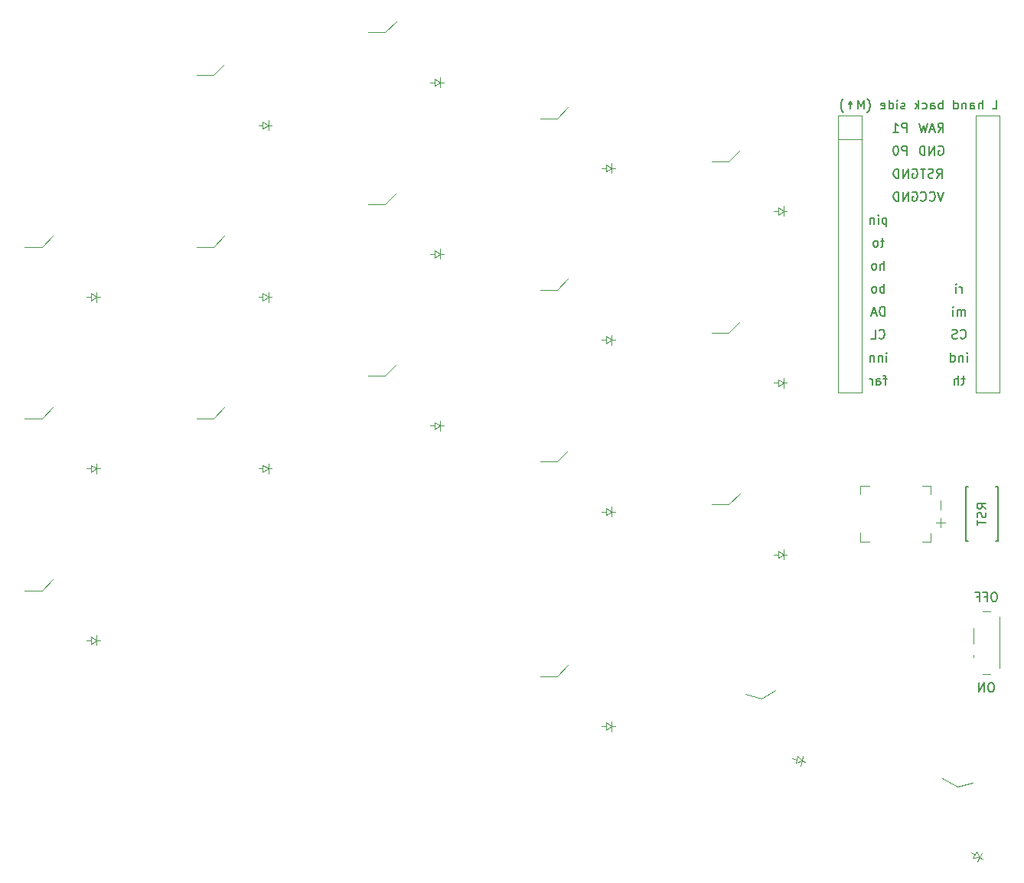
<source format=gbr>
%TF.GenerationSoftware,KiCad,Pcbnew,9.0.7*%
%TF.CreationDate,2026-01-25T01:01:47-05:00*%
%TF.ProjectId,pcb,7063622e-6b69-4636-9164-5f7063625858,rev?*%
%TF.SameCoordinates,Original*%
%TF.FileFunction,Legend,Bot*%
%TF.FilePolarity,Positive*%
%FSLAX46Y46*%
G04 Gerber Fmt 4.6, Leading zero omitted, Abs format (unit mm)*
G04 Created by KiCad (PCBNEW 9.0.7) date 2026-01-25 01:01:47*
%MOMM*%
%LPD*%
G01*
G04 APERTURE LIST*
%ADD10C,0.150000*%
%ADD11C,0.100000*%
%ADD12C,0.120000*%
G04 APERTURE END LIST*
D10*
X182698094Y-61754819D02*
X182698094Y-60754819D01*
X182698094Y-60754819D02*
X182317142Y-60754819D01*
X182317142Y-60754819D02*
X182221904Y-60802438D01*
X182221904Y-60802438D02*
X182174285Y-60850057D01*
X182174285Y-60850057D02*
X182126666Y-60945295D01*
X182126666Y-60945295D02*
X182126666Y-61088152D01*
X182126666Y-61088152D02*
X182174285Y-61183390D01*
X182174285Y-61183390D02*
X182221904Y-61231009D01*
X182221904Y-61231009D02*
X182317142Y-61278628D01*
X182317142Y-61278628D02*
X182698094Y-61278628D01*
X181174285Y-61754819D02*
X181745713Y-61754819D01*
X181459999Y-61754819D02*
X181459999Y-60754819D01*
X181459999Y-60754819D02*
X181555237Y-60897676D01*
X181555237Y-60897676D02*
X181650475Y-60992914D01*
X181650475Y-60992914D02*
X181745713Y-61040533D01*
X186140476Y-61754819D02*
X186473809Y-61278628D01*
X186711904Y-61754819D02*
X186711904Y-60754819D01*
X186711904Y-60754819D02*
X186330952Y-60754819D01*
X186330952Y-60754819D02*
X186235714Y-60802438D01*
X186235714Y-60802438D02*
X186188095Y-60850057D01*
X186188095Y-60850057D02*
X186140476Y-60945295D01*
X186140476Y-60945295D02*
X186140476Y-61088152D01*
X186140476Y-61088152D02*
X186188095Y-61183390D01*
X186188095Y-61183390D02*
X186235714Y-61231009D01*
X186235714Y-61231009D02*
X186330952Y-61278628D01*
X186330952Y-61278628D02*
X186711904Y-61278628D01*
X185759523Y-61469104D02*
X185283333Y-61469104D01*
X185854761Y-61754819D02*
X185521428Y-60754819D01*
X185521428Y-60754819D02*
X185188095Y-61754819D01*
X184949999Y-60754819D02*
X184711904Y-61754819D01*
X184711904Y-61754819D02*
X184521428Y-61040533D01*
X184521428Y-61040533D02*
X184330952Y-61754819D01*
X184330952Y-61754819D02*
X184092857Y-60754819D01*
X182698094Y-64294819D02*
X182698094Y-63294819D01*
X182698094Y-63294819D02*
X182317142Y-63294819D01*
X182317142Y-63294819D02*
X182221904Y-63342438D01*
X182221904Y-63342438D02*
X182174285Y-63390057D01*
X182174285Y-63390057D02*
X182126666Y-63485295D01*
X182126666Y-63485295D02*
X182126666Y-63628152D01*
X182126666Y-63628152D02*
X182174285Y-63723390D01*
X182174285Y-63723390D02*
X182221904Y-63771009D01*
X182221904Y-63771009D02*
X182317142Y-63818628D01*
X182317142Y-63818628D02*
X182698094Y-63818628D01*
X181507618Y-63294819D02*
X181412380Y-63294819D01*
X181412380Y-63294819D02*
X181317142Y-63342438D01*
X181317142Y-63342438D02*
X181269523Y-63390057D01*
X181269523Y-63390057D02*
X181221904Y-63485295D01*
X181221904Y-63485295D02*
X181174285Y-63675771D01*
X181174285Y-63675771D02*
X181174285Y-63913866D01*
X181174285Y-63913866D02*
X181221904Y-64104342D01*
X181221904Y-64104342D02*
X181269523Y-64199580D01*
X181269523Y-64199580D02*
X181317142Y-64247200D01*
X181317142Y-64247200D02*
X181412380Y-64294819D01*
X181412380Y-64294819D02*
X181507618Y-64294819D01*
X181507618Y-64294819D02*
X181602856Y-64247200D01*
X181602856Y-64247200D02*
X181650475Y-64199580D01*
X181650475Y-64199580D02*
X181698094Y-64104342D01*
X181698094Y-64104342D02*
X181745713Y-63913866D01*
X181745713Y-63913866D02*
X181745713Y-63675771D01*
X181745713Y-63675771D02*
X181698094Y-63485295D01*
X181698094Y-63485295D02*
X181650475Y-63390057D01*
X181650475Y-63390057D02*
X181602856Y-63342438D01*
X181602856Y-63342438D02*
X181507618Y-63294819D01*
X186211904Y-63342438D02*
X186307142Y-63294819D01*
X186307142Y-63294819D02*
X186449999Y-63294819D01*
X186449999Y-63294819D02*
X186592856Y-63342438D01*
X186592856Y-63342438D02*
X186688094Y-63437676D01*
X186688094Y-63437676D02*
X186735713Y-63532914D01*
X186735713Y-63532914D02*
X186783332Y-63723390D01*
X186783332Y-63723390D02*
X186783332Y-63866247D01*
X186783332Y-63866247D02*
X186735713Y-64056723D01*
X186735713Y-64056723D02*
X186688094Y-64151961D01*
X186688094Y-64151961D02*
X186592856Y-64247200D01*
X186592856Y-64247200D02*
X186449999Y-64294819D01*
X186449999Y-64294819D02*
X186354761Y-64294819D01*
X186354761Y-64294819D02*
X186211904Y-64247200D01*
X186211904Y-64247200D02*
X186164285Y-64199580D01*
X186164285Y-64199580D02*
X186164285Y-63866247D01*
X186164285Y-63866247D02*
X186354761Y-63866247D01*
X185735713Y-64294819D02*
X185735713Y-63294819D01*
X185735713Y-63294819D02*
X185164285Y-64294819D01*
X185164285Y-64294819D02*
X185164285Y-63294819D01*
X184688094Y-64294819D02*
X184688094Y-63294819D01*
X184688094Y-63294819D02*
X184449999Y-63294819D01*
X184449999Y-63294819D02*
X184307142Y-63342438D01*
X184307142Y-63342438D02*
X184211904Y-63437676D01*
X184211904Y-63437676D02*
X184164285Y-63532914D01*
X184164285Y-63532914D02*
X184116666Y-63723390D01*
X184116666Y-63723390D02*
X184116666Y-63866247D01*
X184116666Y-63866247D02*
X184164285Y-64056723D01*
X184164285Y-64056723D02*
X184211904Y-64151961D01*
X184211904Y-64151961D02*
X184307142Y-64247200D01*
X184307142Y-64247200D02*
X184449999Y-64294819D01*
X184449999Y-64294819D02*
X184688094Y-64294819D01*
X183311904Y-65882438D02*
X183407142Y-65834819D01*
X183407142Y-65834819D02*
X183549999Y-65834819D01*
X183549999Y-65834819D02*
X183692856Y-65882438D01*
X183692856Y-65882438D02*
X183788094Y-65977676D01*
X183788094Y-65977676D02*
X183835713Y-66072914D01*
X183835713Y-66072914D02*
X183883332Y-66263390D01*
X183883332Y-66263390D02*
X183883332Y-66406247D01*
X183883332Y-66406247D02*
X183835713Y-66596723D01*
X183835713Y-66596723D02*
X183788094Y-66691961D01*
X183788094Y-66691961D02*
X183692856Y-66787200D01*
X183692856Y-66787200D02*
X183549999Y-66834819D01*
X183549999Y-66834819D02*
X183454761Y-66834819D01*
X183454761Y-66834819D02*
X183311904Y-66787200D01*
X183311904Y-66787200D02*
X183264285Y-66739580D01*
X183264285Y-66739580D02*
X183264285Y-66406247D01*
X183264285Y-66406247D02*
X183454761Y-66406247D01*
X182835713Y-66834819D02*
X182835713Y-65834819D01*
X182835713Y-65834819D02*
X182264285Y-66834819D01*
X182264285Y-66834819D02*
X182264285Y-65834819D01*
X181788094Y-66834819D02*
X181788094Y-65834819D01*
X181788094Y-65834819D02*
X181549999Y-65834819D01*
X181549999Y-65834819D02*
X181407142Y-65882438D01*
X181407142Y-65882438D02*
X181311904Y-65977676D01*
X181311904Y-65977676D02*
X181264285Y-66072914D01*
X181264285Y-66072914D02*
X181216666Y-66263390D01*
X181216666Y-66263390D02*
X181216666Y-66406247D01*
X181216666Y-66406247D02*
X181264285Y-66596723D01*
X181264285Y-66596723D02*
X181311904Y-66691961D01*
X181311904Y-66691961D02*
X181407142Y-66787200D01*
X181407142Y-66787200D02*
X181549999Y-66834819D01*
X181549999Y-66834819D02*
X181788094Y-66834819D01*
X185997619Y-66834819D02*
X186330952Y-66358628D01*
X186569047Y-66834819D02*
X186569047Y-65834819D01*
X186569047Y-65834819D02*
X186188095Y-65834819D01*
X186188095Y-65834819D02*
X186092857Y-65882438D01*
X186092857Y-65882438D02*
X186045238Y-65930057D01*
X186045238Y-65930057D02*
X185997619Y-66025295D01*
X185997619Y-66025295D02*
X185997619Y-66168152D01*
X185997619Y-66168152D02*
X186045238Y-66263390D01*
X186045238Y-66263390D02*
X186092857Y-66311009D01*
X186092857Y-66311009D02*
X186188095Y-66358628D01*
X186188095Y-66358628D02*
X186569047Y-66358628D01*
X185616666Y-66787200D02*
X185473809Y-66834819D01*
X185473809Y-66834819D02*
X185235714Y-66834819D01*
X185235714Y-66834819D02*
X185140476Y-66787200D01*
X185140476Y-66787200D02*
X185092857Y-66739580D01*
X185092857Y-66739580D02*
X185045238Y-66644342D01*
X185045238Y-66644342D02*
X185045238Y-66549104D01*
X185045238Y-66549104D02*
X185092857Y-66453866D01*
X185092857Y-66453866D02*
X185140476Y-66406247D01*
X185140476Y-66406247D02*
X185235714Y-66358628D01*
X185235714Y-66358628D02*
X185426190Y-66311009D01*
X185426190Y-66311009D02*
X185521428Y-66263390D01*
X185521428Y-66263390D02*
X185569047Y-66215771D01*
X185569047Y-66215771D02*
X185616666Y-66120533D01*
X185616666Y-66120533D02*
X185616666Y-66025295D01*
X185616666Y-66025295D02*
X185569047Y-65930057D01*
X185569047Y-65930057D02*
X185521428Y-65882438D01*
X185521428Y-65882438D02*
X185426190Y-65834819D01*
X185426190Y-65834819D02*
X185188095Y-65834819D01*
X185188095Y-65834819D02*
X185045238Y-65882438D01*
X184759523Y-65834819D02*
X184188095Y-65834819D01*
X184473809Y-66834819D02*
X184473809Y-65834819D01*
X183311904Y-68422438D02*
X183407142Y-68374819D01*
X183407142Y-68374819D02*
X183549999Y-68374819D01*
X183549999Y-68374819D02*
X183692856Y-68422438D01*
X183692856Y-68422438D02*
X183788094Y-68517676D01*
X183788094Y-68517676D02*
X183835713Y-68612914D01*
X183835713Y-68612914D02*
X183883332Y-68803390D01*
X183883332Y-68803390D02*
X183883332Y-68946247D01*
X183883332Y-68946247D02*
X183835713Y-69136723D01*
X183835713Y-69136723D02*
X183788094Y-69231961D01*
X183788094Y-69231961D02*
X183692856Y-69327200D01*
X183692856Y-69327200D02*
X183549999Y-69374819D01*
X183549999Y-69374819D02*
X183454761Y-69374819D01*
X183454761Y-69374819D02*
X183311904Y-69327200D01*
X183311904Y-69327200D02*
X183264285Y-69279580D01*
X183264285Y-69279580D02*
X183264285Y-68946247D01*
X183264285Y-68946247D02*
X183454761Y-68946247D01*
X182835713Y-69374819D02*
X182835713Y-68374819D01*
X182835713Y-68374819D02*
X182264285Y-69374819D01*
X182264285Y-69374819D02*
X182264285Y-68374819D01*
X181788094Y-69374819D02*
X181788094Y-68374819D01*
X181788094Y-68374819D02*
X181549999Y-68374819D01*
X181549999Y-68374819D02*
X181407142Y-68422438D01*
X181407142Y-68422438D02*
X181311904Y-68517676D01*
X181311904Y-68517676D02*
X181264285Y-68612914D01*
X181264285Y-68612914D02*
X181216666Y-68803390D01*
X181216666Y-68803390D02*
X181216666Y-68946247D01*
X181216666Y-68946247D02*
X181264285Y-69136723D01*
X181264285Y-69136723D02*
X181311904Y-69231961D01*
X181311904Y-69231961D02*
X181407142Y-69327200D01*
X181407142Y-69327200D02*
X181549999Y-69374819D01*
X181549999Y-69374819D02*
X181788094Y-69374819D01*
X186783332Y-68374819D02*
X186449999Y-69374819D01*
X186449999Y-69374819D02*
X186116666Y-68374819D01*
X185211904Y-69279580D02*
X185259523Y-69327200D01*
X185259523Y-69327200D02*
X185402380Y-69374819D01*
X185402380Y-69374819D02*
X185497618Y-69374819D01*
X185497618Y-69374819D02*
X185640475Y-69327200D01*
X185640475Y-69327200D02*
X185735713Y-69231961D01*
X185735713Y-69231961D02*
X185783332Y-69136723D01*
X185783332Y-69136723D02*
X185830951Y-68946247D01*
X185830951Y-68946247D02*
X185830951Y-68803390D01*
X185830951Y-68803390D02*
X185783332Y-68612914D01*
X185783332Y-68612914D02*
X185735713Y-68517676D01*
X185735713Y-68517676D02*
X185640475Y-68422438D01*
X185640475Y-68422438D02*
X185497618Y-68374819D01*
X185497618Y-68374819D02*
X185402380Y-68374819D01*
X185402380Y-68374819D02*
X185259523Y-68422438D01*
X185259523Y-68422438D02*
X185211904Y-68470057D01*
X184211904Y-69279580D02*
X184259523Y-69327200D01*
X184259523Y-69327200D02*
X184402380Y-69374819D01*
X184402380Y-69374819D02*
X184497618Y-69374819D01*
X184497618Y-69374819D02*
X184640475Y-69327200D01*
X184640475Y-69327200D02*
X184735713Y-69231961D01*
X184735713Y-69231961D02*
X184783332Y-69136723D01*
X184783332Y-69136723D02*
X184830951Y-68946247D01*
X184830951Y-68946247D02*
X184830951Y-68803390D01*
X184830951Y-68803390D02*
X184783332Y-68612914D01*
X184783332Y-68612914D02*
X184735713Y-68517676D01*
X184735713Y-68517676D02*
X184640475Y-68422438D01*
X184640475Y-68422438D02*
X184497618Y-68374819D01*
X184497618Y-68374819D02*
X184402380Y-68374819D01*
X184402380Y-68374819D02*
X184259523Y-68422438D01*
X184259523Y-68422438D02*
X184211904Y-68470057D01*
X180434761Y-71248152D02*
X180434761Y-72248152D01*
X180434761Y-71295771D02*
X180339523Y-71248152D01*
X180339523Y-71248152D02*
X180149047Y-71248152D01*
X180149047Y-71248152D02*
X180053809Y-71295771D01*
X180053809Y-71295771D02*
X180006190Y-71343390D01*
X180006190Y-71343390D02*
X179958571Y-71438628D01*
X179958571Y-71438628D02*
X179958571Y-71724342D01*
X179958571Y-71724342D02*
X180006190Y-71819580D01*
X180006190Y-71819580D02*
X180053809Y-71867200D01*
X180053809Y-71867200D02*
X180149047Y-71914819D01*
X180149047Y-71914819D02*
X180339523Y-71914819D01*
X180339523Y-71914819D02*
X180434761Y-71867200D01*
X179529999Y-71914819D02*
X179529999Y-71248152D01*
X179529999Y-70914819D02*
X179577618Y-70962438D01*
X179577618Y-70962438D02*
X179529999Y-71010057D01*
X179529999Y-71010057D02*
X179482380Y-70962438D01*
X179482380Y-70962438D02*
X179529999Y-70914819D01*
X179529999Y-70914819D02*
X179529999Y-71010057D01*
X179053809Y-71248152D02*
X179053809Y-71914819D01*
X179053809Y-71343390D02*
X179006190Y-71295771D01*
X179006190Y-71295771D02*
X178910952Y-71248152D01*
X178910952Y-71248152D02*
X178768095Y-71248152D01*
X178768095Y-71248152D02*
X178672857Y-71295771D01*
X178672857Y-71295771D02*
X178625238Y-71391009D01*
X178625238Y-71391009D02*
X178625238Y-71914819D01*
X180172856Y-73788152D02*
X179791904Y-73788152D01*
X180029999Y-73454819D02*
X180029999Y-74311961D01*
X180029999Y-74311961D02*
X179982380Y-74407200D01*
X179982380Y-74407200D02*
X179887142Y-74454819D01*
X179887142Y-74454819D02*
X179791904Y-74454819D01*
X179315713Y-74454819D02*
X179410951Y-74407200D01*
X179410951Y-74407200D02*
X179458570Y-74359580D01*
X179458570Y-74359580D02*
X179506189Y-74264342D01*
X179506189Y-74264342D02*
X179506189Y-73978628D01*
X179506189Y-73978628D02*
X179458570Y-73883390D01*
X179458570Y-73883390D02*
X179410951Y-73835771D01*
X179410951Y-73835771D02*
X179315713Y-73788152D01*
X179315713Y-73788152D02*
X179172856Y-73788152D01*
X179172856Y-73788152D02*
X179077618Y-73835771D01*
X179077618Y-73835771D02*
X179029999Y-73883390D01*
X179029999Y-73883390D02*
X178982380Y-73978628D01*
X178982380Y-73978628D02*
X178982380Y-74264342D01*
X178982380Y-74264342D02*
X179029999Y-74359580D01*
X179029999Y-74359580D02*
X179077618Y-74407200D01*
X179077618Y-74407200D02*
X179172856Y-74454819D01*
X179172856Y-74454819D02*
X179315713Y-74454819D01*
X180196666Y-76994819D02*
X180196666Y-75994819D01*
X179768095Y-76994819D02*
X179768095Y-76471009D01*
X179768095Y-76471009D02*
X179815714Y-76375771D01*
X179815714Y-76375771D02*
X179910952Y-76328152D01*
X179910952Y-76328152D02*
X180053809Y-76328152D01*
X180053809Y-76328152D02*
X180149047Y-76375771D01*
X180149047Y-76375771D02*
X180196666Y-76423390D01*
X179149047Y-76994819D02*
X179244285Y-76947200D01*
X179244285Y-76947200D02*
X179291904Y-76899580D01*
X179291904Y-76899580D02*
X179339523Y-76804342D01*
X179339523Y-76804342D02*
X179339523Y-76518628D01*
X179339523Y-76518628D02*
X179291904Y-76423390D01*
X179291904Y-76423390D02*
X179244285Y-76375771D01*
X179244285Y-76375771D02*
X179149047Y-76328152D01*
X179149047Y-76328152D02*
X179006190Y-76328152D01*
X179006190Y-76328152D02*
X178910952Y-76375771D01*
X178910952Y-76375771D02*
X178863333Y-76423390D01*
X178863333Y-76423390D02*
X178815714Y-76518628D01*
X178815714Y-76518628D02*
X178815714Y-76804342D01*
X178815714Y-76804342D02*
X178863333Y-76899580D01*
X178863333Y-76899580D02*
X178910952Y-76947200D01*
X178910952Y-76947200D02*
X179006190Y-76994819D01*
X179006190Y-76994819D02*
X179149047Y-76994819D01*
X180196666Y-79534819D02*
X180196666Y-78534819D01*
X180196666Y-78915771D02*
X180101428Y-78868152D01*
X180101428Y-78868152D02*
X179910952Y-78868152D01*
X179910952Y-78868152D02*
X179815714Y-78915771D01*
X179815714Y-78915771D02*
X179768095Y-78963390D01*
X179768095Y-78963390D02*
X179720476Y-79058628D01*
X179720476Y-79058628D02*
X179720476Y-79344342D01*
X179720476Y-79344342D02*
X179768095Y-79439580D01*
X179768095Y-79439580D02*
X179815714Y-79487200D01*
X179815714Y-79487200D02*
X179910952Y-79534819D01*
X179910952Y-79534819D02*
X180101428Y-79534819D01*
X180101428Y-79534819D02*
X180196666Y-79487200D01*
X179149047Y-79534819D02*
X179244285Y-79487200D01*
X179244285Y-79487200D02*
X179291904Y-79439580D01*
X179291904Y-79439580D02*
X179339523Y-79344342D01*
X179339523Y-79344342D02*
X179339523Y-79058628D01*
X179339523Y-79058628D02*
X179291904Y-78963390D01*
X179291904Y-78963390D02*
X179244285Y-78915771D01*
X179244285Y-78915771D02*
X179149047Y-78868152D01*
X179149047Y-78868152D02*
X179006190Y-78868152D01*
X179006190Y-78868152D02*
X178910952Y-78915771D01*
X178910952Y-78915771D02*
X178863333Y-78963390D01*
X178863333Y-78963390D02*
X178815714Y-79058628D01*
X178815714Y-79058628D02*
X178815714Y-79344342D01*
X178815714Y-79344342D02*
X178863333Y-79439580D01*
X178863333Y-79439580D02*
X178910952Y-79487200D01*
X178910952Y-79487200D02*
X179006190Y-79534819D01*
X179006190Y-79534819D02*
X179149047Y-79534819D01*
X188779523Y-79534819D02*
X188779523Y-78868152D01*
X188779523Y-79058628D02*
X188731904Y-78963390D01*
X188731904Y-78963390D02*
X188684285Y-78915771D01*
X188684285Y-78915771D02*
X188589047Y-78868152D01*
X188589047Y-78868152D02*
X188493809Y-78868152D01*
X188160475Y-79534819D02*
X188160475Y-78868152D01*
X188160475Y-78534819D02*
X188208094Y-78582438D01*
X188208094Y-78582438D02*
X188160475Y-78630057D01*
X188160475Y-78630057D02*
X188112856Y-78582438D01*
X188112856Y-78582438D02*
X188160475Y-78534819D01*
X188160475Y-78534819D02*
X188160475Y-78630057D01*
X180220475Y-82074819D02*
X180220475Y-81074819D01*
X180220475Y-81074819D02*
X179982380Y-81074819D01*
X179982380Y-81074819D02*
X179839523Y-81122438D01*
X179839523Y-81122438D02*
X179744285Y-81217676D01*
X179744285Y-81217676D02*
X179696666Y-81312914D01*
X179696666Y-81312914D02*
X179649047Y-81503390D01*
X179649047Y-81503390D02*
X179649047Y-81646247D01*
X179649047Y-81646247D02*
X179696666Y-81836723D01*
X179696666Y-81836723D02*
X179744285Y-81931961D01*
X179744285Y-81931961D02*
X179839523Y-82027200D01*
X179839523Y-82027200D02*
X179982380Y-82074819D01*
X179982380Y-82074819D02*
X180220475Y-82074819D01*
X179268094Y-81789104D02*
X178791904Y-81789104D01*
X179363332Y-82074819D02*
X179029999Y-81074819D01*
X179029999Y-81074819D02*
X178696666Y-82074819D01*
X189136665Y-82074819D02*
X189136665Y-81408152D01*
X189136665Y-81503390D02*
X189089046Y-81455771D01*
X189089046Y-81455771D02*
X188993808Y-81408152D01*
X188993808Y-81408152D02*
X188850951Y-81408152D01*
X188850951Y-81408152D02*
X188755713Y-81455771D01*
X188755713Y-81455771D02*
X188708094Y-81551009D01*
X188708094Y-81551009D02*
X188708094Y-82074819D01*
X188708094Y-81551009D02*
X188660475Y-81455771D01*
X188660475Y-81455771D02*
X188565237Y-81408152D01*
X188565237Y-81408152D02*
X188422380Y-81408152D01*
X188422380Y-81408152D02*
X188327141Y-81455771D01*
X188327141Y-81455771D02*
X188279522Y-81551009D01*
X188279522Y-81551009D02*
X188279522Y-82074819D01*
X187803332Y-82074819D02*
X187803332Y-81408152D01*
X187803332Y-81074819D02*
X187850951Y-81122438D01*
X187850951Y-81122438D02*
X187803332Y-81170057D01*
X187803332Y-81170057D02*
X187755713Y-81122438D01*
X187755713Y-81122438D02*
X187803332Y-81074819D01*
X187803332Y-81074819D02*
X187803332Y-81170057D01*
X179625238Y-84519580D02*
X179672857Y-84567200D01*
X179672857Y-84567200D02*
X179815714Y-84614819D01*
X179815714Y-84614819D02*
X179910952Y-84614819D01*
X179910952Y-84614819D02*
X180053809Y-84567200D01*
X180053809Y-84567200D02*
X180149047Y-84471961D01*
X180149047Y-84471961D02*
X180196666Y-84376723D01*
X180196666Y-84376723D02*
X180244285Y-84186247D01*
X180244285Y-84186247D02*
X180244285Y-84043390D01*
X180244285Y-84043390D02*
X180196666Y-83852914D01*
X180196666Y-83852914D02*
X180149047Y-83757676D01*
X180149047Y-83757676D02*
X180053809Y-83662438D01*
X180053809Y-83662438D02*
X179910952Y-83614819D01*
X179910952Y-83614819D02*
X179815714Y-83614819D01*
X179815714Y-83614819D02*
X179672857Y-83662438D01*
X179672857Y-83662438D02*
X179625238Y-83710057D01*
X178720476Y-84614819D02*
X179196666Y-84614819D01*
X179196666Y-84614819D02*
X179196666Y-83614819D01*
X188636666Y-84519580D02*
X188684285Y-84567200D01*
X188684285Y-84567200D02*
X188827142Y-84614819D01*
X188827142Y-84614819D02*
X188922380Y-84614819D01*
X188922380Y-84614819D02*
X189065237Y-84567200D01*
X189065237Y-84567200D02*
X189160475Y-84471961D01*
X189160475Y-84471961D02*
X189208094Y-84376723D01*
X189208094Y-84376723D02*
X189255713Y-84186247D01*
X189255713Y-84186247D02*
X189255713Y-84043390D01*
X189255713Y-84043390D02*
X189208094Y-83852914D01*
X189208094Y-83852914D02*
X189160475Y-83757676D01*
X189160475Y-83757676D02*
X189065237Y-83662438D01*
X189065237Y-83662438D02*
X188922380Y-83614819D01*
X188922380Y-83614819D02*
X188827142Y-83614819D01*
X188827142Y-83614819D02*
X188684285Y-83662438D01*
X188684285Y-83662438D02*
X188636666Y-83710057D01*
X188255713Y-84567200D02*
X188112856Y-84614819D01*
X188112856Y-84614819D02*
X187874761Y-84614819D01*
X187874761Y-84614819D02*
X187779523Y-84567200D01*
X187779523Y-84567200D02*
X187731904Y-84519580D01*
X187731904Y-84519580D02*
X187684285Y-84424342D01*
X187684285Y-84424342D02*
X187684285Y-84329104D01*
X187684285Y-84329104D02*
X187731904Y-84233866D01*
X187731904Y-84233866D02*
X187779523Y-84186247D01*
X187779523Y-84186247D02*
X187874761Y-84138628D01*
X187874761Y-84138628D02*
X188065237Y-84091009D01*
X188065237Y-84091009D02*
X188160475Y-84043390D01*
X188160475Y-84043390D02*
X188208094Y-83995771D01*
X188208094Y-83995771D02*
X188255713Y-83900533D01*
X188255713Y-83900533D02*
X188255713Y-83805295D01*
X188255713Y-83805295D02*
X188208094Y-83710057D01*
X188208094Y-83710057D02*
X188160475Y-83662438D01*
X188160475Y-83662438D02*
X188065237Y-83614819D01*
X188065237Y-83614819D02*
X187827142Y-83614819D01*
X187827142Y-83614819D02*
X187684285Y-83662438D01*
X180434761Y-87154819D02*
X180434761Y-86488152D01*
X180434761Y-86154819D02*
X180482380Y-86202438D01*
X180482380Y-86202438D02*
X180434761Y-86250057D01*
X180434761Y-86250057D02*
X180387142Y-86202438D01*
X180387142Y-86202438D02*
X180434761Y-86154819D01*
X180434761Y-86154819D02*
X180434761Y-86250057D01*
X179958571Y-86488152D02*
X179958571Y-87154819D01*
X179958571Y-86583390D02*
X179910952Y-86535771D01*
X179910952Y-86535771D02*
X179815714Y-86488152D01*
X179815714Y-86488152D02*
X179672857Y-86488152D01*
X179672857Y-86488152D02*
X179577619Y-86535771D01*
X179577619Y-86535771D02*
X179530000Y-86631009D01*
X179530000Y-86631009D02*
X179530000Y-87154819D01*
X179053809Y-86488152D02*
X179053809Y-87154819D01*
X179053809Y-86583390D02*
X179006190Y-86535771D01*
X179006190Y-86535771D02*
X178910952Y-86488152D01*
X178910952Y-86488152D02*
X178768095Y-86488152D01*
X178768095Y-86488152D02*
X178672857Y-86535771D01*
X178672857Y-86535771D02*
X178625238Y-86631009D01*
X178625238Y-86631009D02*
X178625238Y-87154819D01*
X189374761Y-87154819D02*
X189374761Y-86488152D01*
X189374761Y-86154819D02*
X189422380Y-86202438D01*
X189422380Y-86202438D02*
X189374761Y-86250057D01*
X189374761Y-86250057D02*
X189327142Y-86202438D01*
X189327142Y-86202438D02*
X189374761Y-86154819D01*
X189374761Y-86154819D02*
X189374761Y-86250057D01*
X188898571Y-86488152D02*
X188898571Y-87154819D01*
X188898571Y-86583390D02*
X188850952Y-86535771D01*
X188850952Y-86535771D02*
X188755714Y-86488152D01*
X188755714Y-86488152D02*
X188612857Y-86488152D01*
X188612857Y-86488152D02*
X188517619Y-86535771D01*
X188517619Y-86535771D02*
X188470000Y-86631009D01*
X188470000Y-86631009D02*
X188470000Y-87154819D01*
X187565238Y-87154819D02*
X187565238Y-86154819D01*
X187565238Y-87107200D02*
X187660476Y-87154819D01*
X187660476Y-87154819D02*
X187850952Y-87154819D01*
X187850952Y-87154819D02*
X187946190Y-87107200D01*
X187946190Y-87107200D02*
X187993809Y-87059580D01*
X187993809Y-87059580D02*
X188041428Y-86964342D01*
X188041428Y-86964342D02*
X188041428Y-86678628D01*
X188041428Y-86678628D02*
X187993809Y-86583390D01*
X187993809Y-86583390D02*
X187946190Y-86535771D01*
X187946190Y-86535771D02*
X187850952Y-86488152D01*
X187850952Y-86488152D02*
X187660476Y-86488152D01*
X187660476Y-86488152D02*
X187565238Y-86535771D01*
X180482380Y-89028152D02*
X180101428Y-89028152D01*
X180339523Y-89694819D02*
X180339523Y-88837676D01*
X180339523Y-88837676D02*
X180291904Y-88742438D01*
X180291904Y-88742438D02*
X180196666Y-88694819D01*
X180196666Y-88694819D02*
X180101428Y-88694819D01*
X179339523Y-89694819D02*
X179339523Y-89171009D01*
X179339523Y-89171009D02*
X179387142Y-89075771D01*
X179387142Y-89075771D02*
X179482380Y-89028152D01*
X179482380Y-89028152D02*
X179672856Y-89028152D01*
X179672856Y-89028152D02*
X179768094Y-89075771D01*
X179339523Y-89647200D02*
X179434761Y-89694819D01*
X179434761Y-89694819D02*
X179672856Y-89694819D01*
X179672856Y-89694819D02*
X179768094Y-89647200D01*
X179768094Y-89647200D02*
X179815713Y-89551961D01*
X179815713Y-89551961D02*
X179815713Y-89456723D01*
X179815713Y-89456723D02*
X179768094Y-89361485D01*
X179768094Y-89361485D02*
X179672856Y-89313866D01*
X179672856Y-89313866D02*
X179434761Y-89313866D01*
X179434761Y-89313866D02*
X179339523Y-89266247D01*
X178863332Y-89694819D02*
X178863332Y-89028152D01*
X178863332Y-89218628D02*
X178815713Y-89123390D01*
X178815713Y-89123390D02*
X178768094Y-89075771D01*
X178768094Y-89075771D02*
X178672856Y-89028152D01*
X178672856Y-89028152D02*
X178577618Y-89028152D01*
X189112856Y-89028152D02*
X188731904Y-89028152D01*
X188969999Y-88694819D02*
X188969999Y-89551961D01*
X188969999Y-89551961D02*
X188922380Y-89647200D01*
X188922380Y-89647200D02*
X188827142Y-89694819D01*
X188827142Y-89694819D02*
X188731904Y-89694819D01*
X188398570Y-89694819D02*
X188398570Y-88694819D01*
X187969999Y-89694819D02*
X187969999Y-89171009D01*
X187969999Y-89171009D02*
X188017618Y-89075771D01*
X188017618Y-89075771D02*
X188112856Y-89028152D01*
X188112856Y-89028152D02*
X188255713Y-89028152D01*
X188255713Y-89028152D02*
X188350951Y-89075771D01*
X188350951Y-89075771D02*
X188398570Y-89123390D01*
X192142858Y-59209819D02*
X192619048Y-59209819D01*
X192619048Y-59209819D02*
X192619048Y-58209819D01*
X191047619Y-59209819D02*
X191047619Y-58209819D01*
X190619048Y-59209819D02*
X190619048Y-58686009D01*
X190619048Y-58686009D02*
X190666667Y-58590771D01*
X190666667Y-58590771D02*
X190761905Y-58543152D01*
X190761905Y-58543152D02*
X190904762Y-58543152D01*
X190904762Y-58543152D02*
X191000000Y-58590771D01*
X191000000Y-58590771D02*
X191047619Y-58638390D01*
X189714286Y-59209819D02*
X189714286Y-58686009D01*
X189714286Y-58686009D02*
X189761905Y-58590771D01*
X189761905Y-58590771D02*
X189857143Y-58543152D01*
X189857143Y-58543152D02*
X190047619Y-58543152D01*
X190047619Y-58543152D02*
X190142857Y-58590771D01*
X189714286Y-59162200D02*
X189809524Y-59209819D01*
X189809524Y-59209819D02*
X190047619Y-59209819D01*
X190047619Y-59209819D02*
X190142857Y-59162200D01*
X190142857Y-59162200D02*
X190190476Y-59066961D01*
X190190476Y-59066961D02*
X190190476Y-58971723D01*
X190190476Y-58971723D02*
X190142857Y-58876485D01*
X190142857Y-58876485D02*
X190047619Y-58828866D01*
X190047619Y-58828866D02*
X189809524Y-58828866D01*
X189809524Y-58828866D02*
X189714286Y-58781247D01*
X189238095Y-58543152D02*
X189238095Y-59209819D01*
X189238095Y-58638390D02*
X189190476Y-58590771D01*
X189190476Y-58590771D02*
X189095238Y-58543152D01*
X189095238Y-58543152D02*
X188952381Y-58543152D01*
X188952381Y-58543152D02*
X188857143Y-58590771D01*
X188857143Y-58590771D02*
X188809524Y-58686009D01*
X188809524Y-58686009D02*
X188809524Y-59209819D01*
X187904762Y-59209819D02*
X187904762Y-58209819D01*
X187904762Y-59162200D02*
X188000000Y-59209819D01*
X188000000Y-59209819D02*
X188190476Y-59209819D01*
X188190476Y-59209819D02*
X188285714Y-59162200D01*
X188285714Y-59162200D02*
X188333333Y-59114580D01*
X188333333Y-59114580D02*
X188380952Y-59019342D01*
X188380952Y-59019342D02*
X188380952Y-58733628D01*
X188380952Y-58733628D02*
X188333333Y-58638390D01*
X188333333Y-58638390D02*
X188285714Y-58590771D01*
X188285714Y-58590771D02*
X188190476Y-58543152D01*
X188190476Y-58543152D02*
X188000000Y-58543152D01*
X188000000Y-58543152D02*
X187904762Y-58590771D01*
X186666666Y-59209819D02*
X186666666Y-58209819D01*
X186666666Y-58590771D02*
X186571428Y-58543152D01*
X186571428Y-58543152D02*
X186380952Y-58543152D01*
X186380952Y-58543152D02*
X186285714Y-58590771D01*
X186285714Y-58590771D02*
X186238095Y-58638390D01*
X186238095Y-58638390D02*
X186190476Y-58733628D01*
X186190476Y-58733628D02*
X186190476Y-59019342D01*
X186190476Y-59019342D02*
X186238095Y-59114580D01*
X186238095Y-59114580D02*
X186285714Y-59162200D01*
X186285714Y-59162200D02*
X186380952Y-59209819D01*
X186380952Y-59209819D02*
X186571428Y-59209819D01*
X186571428Y-59209819D02*
X186666666Y-59162200D01*
X185333333Y-59209819D02*
X185333333Y-58686009D01*
X185333333Y-58686009D02*
X185380952Y-58590771D01*
X185380952Y-58590771D02*
X185476190Y-58543152D01*
X185476190Y-58543152D02*
X185666666Y-58543152D01*
X185666666Y-58543152D02*
X185761904Y-58590771D01*
X185333333Y-59162200D02*
X185428571Y-59209819D01*
X185428571Y-59209819D02*
X185666666Y-59209819D01*
X185666666Y-59209819D02*
X185761904Y-59162200D01*
X185761904Y-59162200D02*
X185809523Y-59066961D01*
X185809523Y-59066961D02*
X185809523Y-58971723D01*
X185809523Y-58971723D02*
X185761904Y-58876485D01*
X185761904Y-58876485D02*
X185666666Y-58828866D01*
X185666666Y-58828866D02*
X185428571Y-58828866D01*
X185428571Y-58828866D02*
X185333333Y-58781247D01*
X184428571Y-59162200D02*
X184523809Y-59209819D01*
X184523809Y-59209819D02*
X184714285Y-59209819D01*
X184714285Y-59209819D02*
X184809523Y-59162200D01*
X184809523Y-59162200D02*
X184857142Y-59114580D01*
X184857142Y-59114580D02*
X184904761Y-59019342D01*
X184904761Y-59019342D02*
X184904761Y-58733628D01*
X184904761Y-58733628D02*
X184857142Y-58638390D01*
X184857142Y-58638390D02*
X184809523Y-58590771D01*
X184809523Y-58590771D02*
X184714285Y-58543152D01*
X184714285Y-58543152D02*
X184523809Y-58543152D01*
X184523809Y-58543152D02*
X184428571Y-58590771D01*
X183999999Y-59209819D02*
X183999999Y-58209819D01*
X183904761Y-58828866D02*
X183619047Y-59209819D01*
X183619047Y-58543152D02*
X183999999Y-58924104D01*
X182476189Y-59162200D02*
X182380951Y-59209819D01*
X182380951Y-59209819D02*
X182190475Y-59209819D01*
X182190475Y-59209819D02*
X182095237Y-59162200D01*
X182095237Y-59162200D02*
X182047618Y-59066961D01*
X182047618Y-59066961D02*
X182047618Y-59019342D01*
X182047618Y-59019342D02*
X182095237Y-58924104D01*
X182095237Y-58924104D02*
X182190475Y-58876485D01*
X182190475Y-58876485D02*
X182333332Y-58876485D01*
X182333332Y-58876485D02*
X182428570Y-58828866D01*
X182428570Y-58828866D02*
X182476189Y-58733628D01*
X182476189Y-58733628D02*
X182476189Y-58686009D01*
X182476189Y-58686009D02*
X182428570Y-58590771D01*
X182428570Y-58590771D02*
X182333332Y-58543152D01*
X182333332Y-58543152D02*
X182190475Y-58543152D01*
X182190475Y-58543152D02*
X182095237Y-58590771D01*
X181619046Y-59209819D02*
X181619046Y-58543152D01*
X181619046Y-58209819D02*
X181666665Y-58257438D01*
X181666665Y-58257438D02*
X181619046Y-58305057D01*
X181619046Y-58305057D02*
X181571427Y-58257438D01*
X181571427Y-58257438D02*
X181619046Y-58209819D01*
X181619046Y-58209819D02*
X181619046Y-58305057D01*
X180714285Y-59209819D02*
X180714285Y-58209819D01*
X180714285Y-59162200D02*
X180809523Y-59209819D01*
X180809523Y-59209819D02*
X180999999Y-59209819D01*
X180999999Y-59209819D02*
X181095237Y-59162200D01*
X181095237Y-59162200D02*
X181142856Y-59114580D01*
X181142856Y-59114580D02*
X181190475Y-59019342D01*
X181190475Y-59019342D02*
X181190475Y-58733628D01*
X181190475Y-58733628D02*
X181142856Y-58638390D01*
X181142856Y-58638390D02*
X181095237Y-58590771D01*
X181095237Y-58590771D02*
X180999999Y-58543152D01*
X180999999Y-58543152D02*
X180809523Y-58543152D01*
X180809523Y-58543152D02*
X180714285Y-58590771D01*
X179857142Y-59162200D02*
X179952380Y-59209819D01*
X179952380Y-59209819D02*
X180142856Y-59209819D01*
X180142856Y-59209819D02*
X180238094Y-59162200D01*
X180238094Y-59162200D02*
X180285713Y-59066961D01*
X180285713Y-59066961D02*
X180285713Y-58686009D01*
X180285713Y-58686009D02*
X180238094Y-58590771D01*
X180238094Y-58590771D02*
X180142856Y-58543152D01*
X180142856Y-58543152D02*
X179952380Y-58543152D01*
X179952380Y-58543152D02*
X179857142Y-58590771D01*
X179857142Y-58590771D02*
X179809523Y-58686009D01*
X179809523Y-58686009D02*
X179809523Y-58781247D01*
X179809523Y-58781247D02*
X180285713Y-58876485D01*
X178333332Y-59590771D02*
X178380951Y-59543152D01*
X178380951Y-59543152D02*
X178476189Y-59400295D01*
X178476189Y-59400295D02*
X178523808Y-59305057D01*
X178523808Y-59305057D02*
X178571427Y-59162200D01*
X178571427Y-59162200D02*
X178619046Y-58924104D01*
X178619046Y-58924104D02*
X178619046Y-58733628D01*
X178619046Y-58733628D02*
X178571427Y-58495533D01*
X178571427Y-58495533D02*
X178523808Y-58352676D01*
X178523808Y-58352676D02*
X178476189Y-58257438D01*
X178476189Y-58257438D02*
X178380951Y-58114580D01*
X178380951Y-58114580D02*
X178333332Y-58066961D01*
X177952379Y-59209819D02*
X177952379Y-58209819D01*
X177952379Y-58209819D02*
X177619046Y-58924104D01*
X177619046Y-58924104D02*
X177285713Y-58209819D01*
X177285713Y-58209819D02*
X177285713Y-59209819D01*
X176428570Y-59209819D02*
X176428570Y-58447914D01*
X176619046Y-58638390D02*
X176428570Y-58447914D01*
X176428570Y-58447914D02*
X176238094Y-58638390D01*
X175666665Y-59590771D02*
X175619046Y-59543152D01*
X175619046Y-59543152D02*
X175523808Y-59400295D01*
X175523808Y-59400295D02*
X175476189Y-59305057D01*
X175476189Y-59305057D02*
X175428570Y-59162200D01*
X175428570Y-59162200D02*
X175380951Y-58924104D01*
X175380951Y-58924104D02*
X175380951Y-58733628D01*
X175380951Y-58733628D02*
X175428570Y-58495533D01*
X175428570Y-58495533D02*
X175476189Y-58352676D01*
X175476189Y-58352676D02*
X175523808Y-58257438D01*
X175523808Y-58257438D02*
X175619046Y-58114580D01*
X175619046Y-58114580D02*
X175666665Y-58066961D01*
X191454819Y-103452380D02*
X190978628Y-103119047D01*
X191454819Y-102880952D02*
X190454819Y-102880952D01*
X190454819Y-102880952D02*
X190454819Y-103261904D01*
X190454819Y-103261904D02*
X190502438Y-103357142D01*
X190502438Y-103357142D02*
X190550057Y-103404761D01*
X190550057Y-103404761D02*
X190645295Y-103452380D01*
X190645295Y-103452380D02*
X190788152Y-103452380D01*
X190788152Y-103452380D02*
X190883390Y-103404761D01*
X190883390Y-103404761D02*
X190931009Y-103357142D01*
X190931009Y-103357142D02*
X190978628Y-103261904D01*
X190978628Y-103261904D02*
X190978628Y-102880952D01*
X191407200Y-103833333D02*
X191454819Y-103976190D01*
X191454819Y-103976190D02*
X191454819Y-104214285D01*
X191454819Y-104214285D02*
X191407200Y-104309523D01*
X191407200Y-104309523D02*
X191359580Y-104357142D01*
X191359580Y-104357142D02*
X191264342Y-104404761D01*
X191264342Y-104404761D02*
X191169104Y-104404761D01*
X191169104Y-104404761D02*
X191073866Y-104357142D01*
X191073866Y-104357142D02*
X191026247Y-104309523D01*
X191026247Y-104309523D02*
X190978628Y-104214285D01*
X190978628Y-104214285D02*
X190931009Y-104023809D01*
X190931009Y-104023809D02*
X190883390Y-103928571D01*
X190883390Y-103928571D02*
X190835771Y-103880952D01*
X190835771Y-103880952D02*
X190740533Y-103833333D01*
X190740533Y-103833333D02*
X190645295Y-103833333D01*
X190645295Y-103833333D02*
X190550057Y-103880952D01*
X190550057Y-103880952D02*
X190502438Y-103928571D01*
X190502438Y-103928571D02*
X190454819Y-104023809D01*
X190454819Y-104023809D02*
X190454819Y-104261904D01*
X190454819Y-104261904D02*
X190502438Y-104404761D01*
X190454819Y-104690476D02*
X190454819Y-105261904D01*
X191454819Y-104976190D02*
X190454819Y-104976190D01*
X192119047Y-122704819D02*
X191928571Y-122704819D01*
X191928571Y-122704819D02*
X191833333Y-122752438D01*
X191833333Y-122752438D02*
X191738095Y-122847676D01*
X191738095Y-122847676D02*
X191690476Y-123038152D01*
X191690476Y-123038152D02*
X191690476Y-123371485D01*
X191690476Y-123371485D02*
X191738095Y-123561961D01*
X191738095Y-123561961D02*
X191833333Y-123657200D01*
X191833333Y-123657200D02*
X191928571Y-123704819D01*
X191928571Y-123704819D02*
X192119047Y-123704819D01*
X192119047Y-123704819D02*
X192214285Y-123657200D01*
X192214285Y-123657200D02*
X192309523Y-123561961D01*
X192309523Y-123561961D02*
X192357142Y-123371485D01*
X192357142Y-123371485D02*
X192357142Y-123038152D01*
X192357142Y-123038152D02*
X192309523Y-122847676D01*
X192309523Y-122847676D02*
X192214285Y-122752438D01*
X192214285Y-122752438D02*
X192119047Y-122704819D01*
X191261904Y-123704819D02*
X191261904Y-122704819D01*
X191261904Y-122704819D02*
X190690476Y-123704819D01*
X190690476Y-123704819D02*
X190690476Y-122704819D01*
X192452380Y-112704819D02*
X192261904Y-112704819D01*
X192261904Y-112704819D02*
X192166666Y-112752438D01*
X192166666Y-112752438D02*
X192071428Y-112847676D01*
X192071428Y-112847676D02*
X192023809Y-113038152D01*
X192023809Y-113038152D02*
X192023809Y-113371485D01*
X192023809Y-113371485D02*
X192071428Y-113561961D01*
X192071428Y-113561961D02*
X192166666Y-113657200D01*
X192166666Y-113657200D02*
X192261904Y-113704819D01*
X192261904Y-113704819D02*
X192452380Y-113704819D01*
X192452380Y-113704819D02*
X192547618Y-113657200D01*
X192547618Y-113657200D02*
X192642856Y-113561961D01*
X192642856Y-113561961D02*
X192690475Y-113371485D01*
X192690475Y-113371485D02*
X192690475Y-113038152D01*
X192690475Y-113038152D02*
X192642856Y-112847676D01*
X192642856Y-112847676D02*
X192547618Y-112752438D01*
X192547618Y-112752438D02*
X192452380Y-112704819D01*
X191261904Y-113181009D02*
X191595237Y-113181009D01*
X191595237Y-113704819D02*
X191595237Y-112704819D01*
X191595237Y-112704819D02*
X191119047Y-112704819D01*
X190404761Y-113181009D02*
X190738094Y-113181009D01*
X190738094Y-113704819D02*
X190738094Y-112704819D01*
X190738094Y-112704819D02*
X190261904Y-112704819D01*
D11*
%TO.C,S1*%
X88220000Y-111230000D02*
X87000000Y-112480000D01*
X87000000Y-112480000D02*
X85120000Y-112480000D01*
%TO.C,S2*%
X88220000Y-92230000D02*
X87000000Y-93480000D01*
X87000000Y-93480000D02*
X85120000Y-93480000D01*
%TO.C,S3*%
X88220000Y-73230000D02*
X87000000Y-74480000D01*
X87000000Y-74480000D02*
X85120000Y-74480000D01*
%TO.C,S4*%
X107220000Y-92230000D02*
X106000000Y-93480000D01*
X106000000Y-93480000D02*
X104120000Y-93480000D01*
%TO.C,S5*%
X107220000Y-73230000D02*
X106000000Y-74480000D01*
X106000000Y-74480000D02*
X104120000Y-74480000D01*
%TO.C,S6*%
X107220000Y-54230000D02*
X106000000Y-55480000D01*
X106000000Y-55480000D02*
X104120000Y-55480000D01*
%TO.C,S7*%
X126220000Y-87480000D02*
X125000000Y-88730000D01*
X125000000Y-88730000D02*
X123120000Y-88730000D01*
%TO.C,S8*%
X126220000Y-68480000D02*
X125000000Y-69730000D01*
X125000000Y-69730000D02*
X123120000Y-69730000D01*
%TO.C,S9*%
X126220000Y-49480000D02*
X125000000Y-50730000D01*
X125000000Y-50730000D02*
X123120000Y-50730000D01*
%TO.C,S10*%
X145220000Y-96980000D02*
X144000000Y-98230000D01*
X144000000Y-98230000D02*
X142120000Y-98230000D01*
%TO.C,S11*%
X145220000Y-77980000D02*
X144000000Y-79230000D01*
X144000000Y-79230000D02*
X142120000Y-79230000D01*
%TO.C,S12*%
X145220000Y-58980000D02*
X144000000Y-60230000D01*
X144000000Y-60230000D02*
X142120000Y-60230000D01*
%TO.C,S13*%
X164220000Y-101730000D02*
X163000000Y-102980000D01*
X163000000Y-102980000D02*
X161120000Y-102980000D01*
%TO.C,S14*%
X164220000Y-82730000D02*
X163000000Y-83980000D01*
X163000000Y-83980000D02*
X161120000Y-83980000D01*
%TO.C,S15*%
X164220000Y-63730000D02*
X163000000Y-64980000D01*
X163000000Y-64980000D02*
X161120000Y-64980000D01*
%TO.C,S16*%
X145220000Y-120730000D02*
X144000000Y-121980000D01*
X144000000Y-121980000D02*
X142120000Y-121980000D01*
%TO.C,S17*%
X168154177Y-123549219D02*
X166652224Y-124440867D01*
X166652224Y-124440867D02*
X164836283Y-123954287D01*
%TO.C,S18*%
X189941551Y-133720084D02*
X188260000Y-134192616D01*
X188260000Y-134192616D02*
X186631872Y-133252616D01*
%TO.C,D1*%
X92450000Y-118000000D02*
X91950000Y-118000000D01*
X92450000Y-117600000D02*
X93050000Y-118000000D01*
X92450000Y-118400000D02*
X92450000Y-117600000D01*
X93050000Y-118000000D02*
X92450000Y-118400000D01*
X93050000Y-118000000D02*
X93050000Y-117450000D01*
X93050000Y-118000000D02*
X93050000Y-118550000D01*
X93450000Y-118000000D02*
X93050000Y-118000000D01*
%TO.C,D2*%
X92450000Y-99000000D02*
X91950000Y-99000000D01*
X92450000Y-98600000D02*
X93050000Y-99000000D01*
X92450000Y-99400000D02*
X92450000Y-98600000D01*
X93050000Y-99000000D02*
X92450000Y-99400000D01*
X93050000Y-99000000D02*
X93050000Y-98450000D01*
X93050000Y-99000000D02*
X93050000Y-99550000D01*
X93450000Y-99000000D02*
X93050000Y-99000000D01*
%TO.C,D3*%
X92450000Y-80000000D02*
X91950000Y-80000000D01*
X92450000Y-79600000D02*
X93050000Y-80000000D01*
X92450000Y-80400000D02*
X92450000Y-79600000D01*
X93050000Y-80000000D02*
X92450000Y-80400000D01*
X93050000Y-80000000D02*
X93050000Y-79450000D01*
X93050000Y-80000000D02*
X93050000Y-80550000D01*
X93450000Y-80000000D02*
X93050000Y-80000000D01*
%TO.C,D4*%
X111450000Y-99000000D02*
X110950000Y-99000000D01*
X111450000Y-98600000D02*
X112050000Y-99000000D01*
X111450000Y-99400000D02*
X111450000Y-98600000D01*
X112050000Y-99000000D02*
X111450000Y-99400000D01*
X112050000Y-99000000D02*
X112050000Y-98450000D01*
X112050000Y-99000000D02*
X112050000Y-99550000D01*
X112450000Y-99000000D02*
X112050000Y-99000000D01*
%TO.C,D5*%
X111450000Y-80000000D02*
X110950000Y-80000000D01*
X111450000Y-79600000D02*
X112050000Y-80000000D01*
X111450000Y-80400000D02*
X111450000Y-79600000D01*
X112050000Y-80000000D02*
X111450000Y-80400000D01*
X112050000Y-80000000D02*
X112050000Y-79450000D01*
X112050000Y-80000000D02*
X112050000Y-80550000D01*
X112450000Y-80000000D02*
X112050000Y-80000000D01*
%TO.C,D6*%
X111450000Y-61000000D02*
X110950000Y-61000000D01*
X111450000Y-60600000D02*
X112050000Y-61000000D01*
X111450000Y-61400000D02*
X111450000Y-60600000D01*
X112050000Y-61000000D02*
X111450000Y-61400000D01*
X112050000Y-61000000D02*
X112050000Y-60450000D01*
X112050000Y-61000000D02*
X112050000Y-61550000D01*
X112450000Y-61000000D02*
X112050000Y-61000000D01*
%TO.C,D7*%
X130450000Y-94250000D02*
X129950000Y-94250000D01*
X130450000Y-93850000D02*
X131050000Y-94250000D01*
X130450000Y-94650000D02*
X130450000Y-93850000D01*
X131050000Y-94250000D02*
X130450000Y-94650000D01*
X131050000Y-94250000D02*
X131050000Y-93700000D01*
X131050000Y-94250000D02*
X131050000Y-94800000D01*
X131450000Y-94250000D02*
X131050000Y-94250000D01*
%TO.C,D8*%
X130450000Y-75250000D02*
X129950000Y-75250000D01*
X130450000Y-74850000D02*
X131050000Y-75250000D01*
X130450000Y-75650000D02*
X130450000Y-74850000D01*
X131050000Y-75250000D02*
X130450000Y-75650000D01*
X131050000Y-75250000D02*
X131050000Y-74700000D01*
X131050000Y-75250000D02*
X131050000Y-75800000D01*
X131450000Y-75250000D02*
X131050000Y-75250000D01*
%TO.C,D9*%
X130450000Y-56250000D02*
X129950000Y-56250000D01*
X130450000Y-55850000D02*
X131050000Y-56250000D01*
X130450000Y-56650000D02*
X130450000Y-55850000D01*
X131050000Y-56250000D02*
X130450000Y-56650000D01*
X131050000Y-56250000D02*
X131050000Y-55700000D01*
X131050000Y-56250000D02*
X131050000Y-56800000D01*
X131450000Y-56250000D02*
X131050000Y-56250000D01*
%TO.C,D10*%
X149450000Y-103750000D02*
X148950000Y-103750000D01*
X149450000Y-103350000D02*
X150050000Y-103750000D01*
X149450000Y-104150000D02*
X149450000Y-103350000D01*
X150050000Y-103750000D02*
X149450000Y-104150000D01*
X150050000Y-103750000D02*
X150050000Y-103200000D01*
X150050000Y-103750000D02*
X150050000Y-104300000D01*
X150450000Y-103750000D02*
X150050000Y-103750000D01*
%TO.C,D11*%
X149450000Y-84750000D02*
X148950000Y-84750000D01*
X149450000Y-84350000D02*
X150050000Y-84750000D01*
X149450000Y-85150000D02*
X149450000Y-84350000D01*
X150050000Y-84750000D02*
X149450000Y-85150000D01*
X150050000Y-84750000D02*
X150050000Y-84200000D01*
X150050000Y-84750000D02*
X150050000Y-85300000D01*
X150450000Y-84750000D02*
X150050000Y-84750000D01*
%TO.C,D12*%
X149450000Y-65750000D02*
X148950000Y-65750000D01*
X149450000Y-65350000D02*
X150050000Y-65750000D01*
X149450000Y-66150000D02*
X149450000Y-65350000D01*
X150050000Y-65750000D02*
X149450000Y-66150000D01*
X150050000Y-65750000D02*
X150050000Y-65200000D01*
X150050000Y-65750000D02*
X150050000Y-66300000D01*
X150450000Y-65750000D02*
X150050000Y-65750000D01*
%TO.C,D13*%
X168450000Y-108500000D02*
X167950000Y-108500000D01*
X168450000Y-108100000D02*
X169050000Y-108500000D01*
X168450000Y-108900000D02*
X168450000Y-108100000D01*
X169050000Y-108500000D02*
X168450000Y-108900000D01*
X169050000Y-108500000D02*
X169050000Y-107950000D01*
X169050000Y-108500000D02*
X169050000Y-109050000D01*
X169450000Y-108500000D02*
X169050000Y-108500000D01*
%TO.C,D14*%
X168450000Y-89500000D02*
X167950000Y-89500000D01*
X168450000Y-89100000D02*
X169050000Y-89500000D01*
X168450000Y-89900000D02*
X168450000Y-89100000D01*
X169050000Y-89500000D02*
X168450000Y-89900000D01*
X169050000Y-89500000D02*
X169050000Y-88950000D01*
X169050000Y-89500000D02*
X169050000Y-90050000D01*
X169450000Y-89500000D02*
X169050000Y-89500000D01*
%TO.C,D15*%
X168450000Y-70500000D02*
X167950000Y-70500000D01*
X168450000Y-70100000D02*
X169050000Y-70500000D01*
X168450000Y-70900000D02*
X168450000Y-70100000D01*
X169050000Y-70500000D02*
X168450000Y-70900000D01*
X169050000Y-70500000D02*
X169050000Y-69950000D01*
X169050000Y-70500000D02*
X169050000Y-71050000D01*
X169450000Y-70500000D02*
X169050000Y-70500000D01*
%TO.C,D16*%
X149450000Y-127500000D02*
X148950000Y-127500000D01*
X149450000Y-127100000D02*
X150050000Y-127500000D01*
X149450000Y-127900000D02*
X149450000Y-127100000D01*
X150050000Y-127500000D02*
X149450000Y-127900000D01*
X150050000Y-127500000D02*
X150050000Y-126950000D01*
X150050000Y-127500000D02*
X150050000Y-128050000D01*
X150450000Y-127500000D02*
X150050000Y-127500000D01*
%TO.C,D17*%
X170487839Y-131183341D02*
X170004876Y-131053932D01*
X170591366Y-130796971D02*
X171067394Y-131338633D01*
X170384311Y-131569712D02*
X170591366Y-130796971D01*
X171067394Y-131338633D02*
X170384311Y-131569712D01*
X171067394Y-131338633D02*
X171209745Y-130807373D01*
X171067394Y-131338633D02*
X170925044Y-131869892D01*
X171453764Y-131442160D02*
X171067394Y-131338633D01*
%TO.C,D18*%
X190219839Y-141698076D02*
X189786826Y-141448076D01*
X190419839Y-141351666D02*
X190739454Y-141998076D01*
X190019839Y-142044486D02*
X190419839Y-141351666D01*
X190739454Y-141998076D02*
X190019839Y-142044486D01*
X190739454Y-141998076D02*
X191014454Y-141521762D01*
X190739454Y-141998076D02*
X190464454Y-142474390D01*
X191085864Y-142198076D02*
X190739454Y-141998076D01*
D12*
%TO.C,MCU1*%
X177710000Y-59970000D02*
X175050000Y-59970000D01*
X177710000Y-59970000D02*
X177710000Y-90570000D01*
X177710000Y-90570000D02*
X175050000Y-90570000D01*
X175050000Y-59970000D02*
X175050000Y-90570000D01*
X192950000Y-59970000D02*
X190290000Y-59970000D01*
X192950000Y-59970000D02*
X192950000Y-90570000D01*
X192950000Y-90570000D02*
X190290000Y-90570000D01*
X190290000Y-59970000D02*
X190290000Y-90570000D01*
X175050000Y-62570000D02*
X177710000Y-62570000D01*
D11*
%TO.C,JST1*%
X186400000Y-102500000D02*
X186400000Y-103500000D01*
X186400000Y-105500000D02*
X186400000Y-104500000D01*
X185900000Y-105000000D02*
X186900000Y-105000000D01*
D12*
X177540000Y-106060000D02*
X177540000Y-107060000D01*
X177540000Y-107060000D02*
X178540000Y-107060000D01*
X177540000Y-101860000D02*
X177540000Y-100940000D01*
X177540000Y-100940000D02*
X178540000Y-100940000D01*
X185360000Y-106140000D02*
X185360000Y-107060000D01*
X185360000Y-107060000D02*
X184360000Y-107060000D01*
X185360000Y-101860000D02*
X185360000Y-100940000D01*
X185360000Y-100940000D02*
X184360000Y-100940000D01*
D10*
%TO.C,RST1*%
X192500000Y-101000000D02*
X192750000Y-101000000D01*
X192750000Y-101000000D02*
X192750000Y-107000000D01*
X192750000Y-107000000D02*
X192500000Y-107000000D01*
X189500000Y-107000000D02*
X189250000Y-107000000D01*
X189250000Y-107000000D02*
X189250000Y-101000000D01*
X189250000Y-101000000D02*
X189500000Y-101000000D01*
D12*
%TO.C,PWR1*%
X190075000Y-119650000D02*
X190075000Y-119850000D01*
X191915000Y-121700000D02*
X191125000Y-121700000D01*
X191125000Y-114800000D02*
X191915000Y-114800000D01*
X190075000Y-116650000D02*
X190075000Y-118350000D01*
X192925000Y-115400000D02*
X192925000Y-121100000D01*
%TD*%
M02*

</source>
